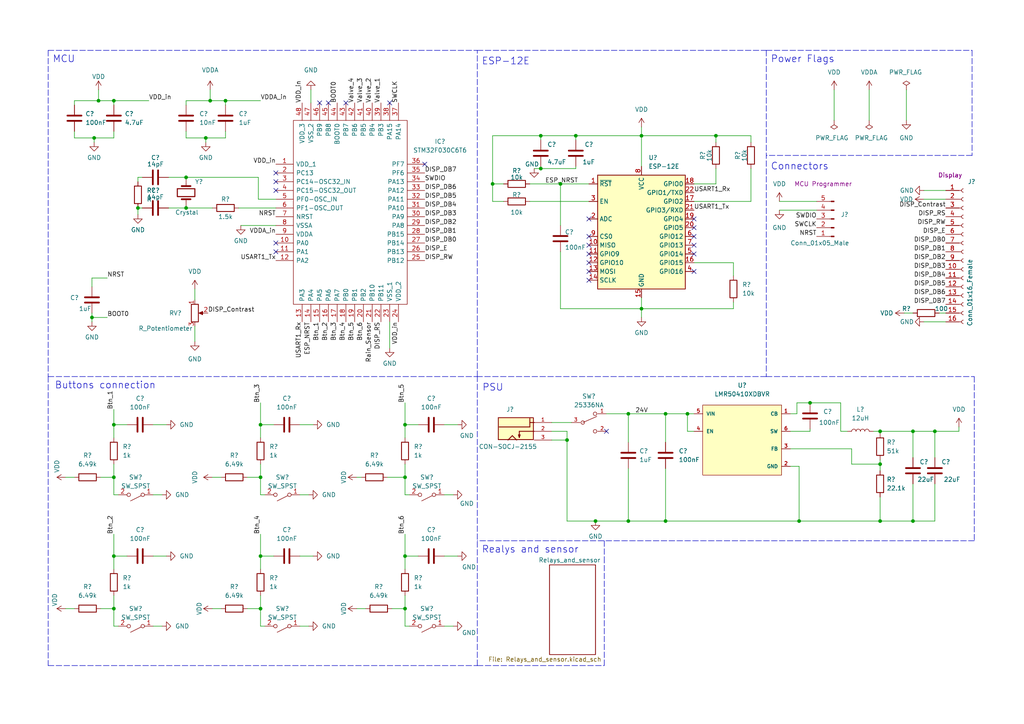
<source format=kicad_sch>
(kicad_sch (version 20211123) (generator eeschema)
  (paper "A4")
  (title_block (title "Sterownik systemu nawadniania") (date "11.2022") (rev "1.0") (company "Agnieszka Piórkowska, Miłosz Gajewski") (comment 1 "Projektowanie układów elektrycznych i elektronicznych") (comment 2 "Laboratoria"))
  (lib_symbols
    (symbol "CON-SOCJ-2155:CON-SOCJ-2155" (pin_names (offset 1.016) hide)
      (property "Reference" "J" (at -5.08 5.08 0))
      (property "Value" "CON-SOCJ-2155" (at -5.08 -4.318 0))
      (symbol "CON-SOCJ-2155_0_0"
        (pin passive line (at 10.16 2.54 180) (length 5.08) (name "~") (number "1"))
        (pin passive line (at 10.16 0 180) (length 5.08) (name "~") (number "2"))
        (pin passive line (at 10.16 -2.54 180) (length 5.08) (name "~") (number "3"))
      )
    )
    (symbol "Connector:Conn_01x05_Male" (pin_names (offset 1.016) hide)
      (property "Reference" "J" (at 0 7.62 0))
      (property "Value" "Conn_01x05_Male" (at 0 -7.62 0))
      (symbol "Conn_01x05_Male_1_1"
        (pin passive line (at 5.08 5.08 180) (length 3.81) (name "Pin_1") (number "1"))
        (pin passive line (at 5.08 2.54 180) (length 3.81) (name "Pin_2") (number "2"))
        (pin passive line (at 5.08 0 180) (length 3.81) (name "Pin_3") (number "3"))
        (pin passive line (at 5.08 -2.54 180) (length 3.81) (name "Pin_4") (number "4"))
        (pin passive line (at 5.08 -5.08 180) (length 3.81) (name "Pin_5") (number "5"))
      )
    )
    (symbol "Connector:Conn_01x16_Female" (pin_names (offset 1.016) hide)
      (property "Reference" "J" (at 0 20.32 0))
      (property "Value" "Conn_01x16_Female" (at 0 -22.86 0))
      (symbol "Conn_01x16_Female_1_1"
        (pin passive line (at -5.08 17.78 0) (length 3.81) (name "Pin_1") (number "1"))
        (pin passive line (at -5.08 -5.08 0) (length 3.81) (name "Pin_10") (number "10"))
        (pin passive line (at -5.08 -7.62 0) (length 3.81) (name "Pin_11") (number "11"))
        (pin passive line (at -5.08 -10.16 0) (length 3.81) (name "Pin_12") (number "12"))
        (pin passive line (at -5.08 -12.7 0) (length 3.81) (name "Pin_13") (number "13"))
        (pin passive line (at -5.08 -15.24 0) (length 3.81) (name "Pin_14") (number "14"))
        (pin passive line (at -5.08 -17.78 0) (length 3.81) (name "Pin_15") (number "15"))
        (pin passive line (at -5.08 -20.32 0) (length 3.81) (name "Pin_16") (number "16"))
        (pin passive line (at -5.08 15.24 0) (length 3.81) (name "Pin_2") (number "2"))
        (pin passive line (at -5.08 12.7 0) (length 3.81) (name "Pin_3") (number "3"))
        (pin passive line (at -5.08 10.16 0) (length 3.81) (name "Pin_4") (number "4"))
        (pin passive line (at -5.08 7.62 0) (length 3.81) (name "Pin_5") (number "5"))
        (pin passive line (at -5.08 5.08 0) (length 3.81) (name "Pin_6") (number "6"))
        (pin passive line (at -5.08 2.54 0) (length 3.81) (name "Pin_7") (number "7"))
        (pin passive line (at -5.08 0 0) (length 3.81) (name "Pin_8") (number "8"))
        (pin passive line (at -5.08 -2.54 0) (length 3.81) (name "Pin_9") (number "9"))
      )
    )
    (symbol "Device:C" (pin_numbers hide) (pin_names (offset 0.254))
      (property "Reference" "C" (at 0.635 2.54 0))
      (property "Value" "C" (at 0.635 -2.54 0))
      (symbol "C_1_1"
        (pin passive line (at 0 3.81 270) (length 2.794) (name "~") (number "1"))
        (pin passive line (at 0 -3.81 90) (length 2.794) (name "~") (number "2"))
      )
    )
    (symbol "Device:Crystal" (pin_numbers hide) (pin_names (offset 1.016) hide)
      (property "Reference" "Y" (at 0 3.81 0))
      (property "Value" "Crystal" (at 0 -3.81 0))
      (symbol "Crystal_1_1"
        (pin passive line (at -3.81 0 0) (length 1.27) (name "1") (number "1"))
        (pin passive line (at 3.81 0 180) (length 1.27) (name "2") (number "2"))
      )
    )
    (symbol "Device:L" (pin_numbers hide) (pin_names (offset 1.016) hide)
      (property "Reference" "L" (at -1.27 0 90))
      (property "Value" "L" (at 1.905 0 90))
      (symbol "L_1_1"
        (pin passive line (at 0 3.81 270) (length 1.27) (name "1") (number "1"))
        (pin passive line (at 0 -3.81 90) (length 1.27) (name "2") (number "2"))
      )
    )
    (symbol "Device:R" (pin_numbers hide) (pin_names (offset 0))
      (property "Reference" "R" (at 2.032 0 90))
      (property "Value" "R" (at 0 0 90))
      (symbol "R_1_1"
        (pin passive line (at 0 3.81 270) (length 1.27) (name "~") (number "1"))
        (pin passive line (at 0 -3.81 90) (length 1.27) (name "~") (number "2"))
      )
    )
    (symbol "Device:R_Potentiometer" (pin_names (offset 1.016) hide)
      (property "Reference" "RV" (at -4.445 0 90))
      (property "Value" "R_Potentiometer" (at -2.54 0 90))
      (symbol "R_Potentiometer_1_1"
        (pin passive line (at 0 3.81 270) (length 1.27) (name "1") (number "1"))
        (pin passive line (at 3.81 0 180) (length 1.27) (name "2") (number "2"))
        (pin passive line (at 0 -3.81 90) (length 1.27) (name "3") (number "3"))
      )
    )
    (symbol "RF_Module:ESP-12E"
      (property "Reference" "U" (at -12.7 19.05 0))
      (property "Value" "ESP-12E" (at 12.7 19.05 0))
      (symbol "ESP-12E_1_1"
        (pin input line (at -15.24 15.24 0) (length 2.54) (name "~{RST}") (number "1"))
        (pin bidirectional line (at -15.24 -2.54 0) (length 2.54) (name "MISO") (number "10"))
        (pin bidirectional line (at -15.24 -5.08 0) (length 2.54) (name "GPIO9") (number "11"))
        (pin bidirectional line (at -15.24 -7.62 0) (length 2.54) (name "GPIO10") (number "12"))
        (pin bidirectional line (at -15.24 -10.16 0) (length 2.54) (name "MOSI") (number "13"))
        (pin bidirectional line (at -15.24 -12.7 0) (length 2.54) (name "SCLK") (number "14"))
        (pin power_in line (at 0 -17.78 90) (length 2.54) (name "GND") (number "15"))
        (pin bidirectional line (at 15.24 -7.62 180) (length 2.54) (name "GPIO15") (number "16"))
        (pin bidirectional line (at 15.24 10.16 180) (length 2.54) (name "GPIO2") (number "17"))
        (pin bidirectional line (at 15.24 15.24 180) (length 2.54) (name "GPIO0") (number "18"))
        (pin bidirectional line (at 15.24 5.08 180) (length 2.54) (name "GPIO4") (number "19"))
        (pin input line (at -15.24 5.08 0) (length 2.54) (name "ADC") (number "2"))
        (pin bidirectional line (at 15.24 2.54 180) (length 2.54) (name "GPIO5") (number "20"))
        (pin bidirectional line (at 15.24 7.62 180) (length 2.54) (name "GPIO3/RXD") (number "21"))
        (pin bidirectional line (at 15.24 12.7 180) (length 2.54) (name "GPIO1/TXD") (number "22"))
        (pin input line (at -15.24 10.16 0) (length 2.54) (name "EN") (number "3"))
        (pin bidirectional line (at 15.24 -10.16 180) (length 2.54) (name "GPIO16") (number "4"))
        (pin bidirectional line (at 15.24 -5.08 180) (length 2.54) (name "GPIO14") (number "5"))
        (pin bidirectional line (at 15.24 0 180) (length 2.54) (name "GPIO12") (number "6"))
        (pin bidirectional line (at 15.24 -2.54 180) (length 2.54) (name "GPIO13") (number "7"))
        (pin power_in line (at 0 20.32 270) (length 2.54) (name "VCC") (number "8"))
        (pin input line (at -15.24 0 0) (length 2.54) (name "CS0") (number "9"))
      )
    )
    (symbol "STM32F030C6T6:STM32F030C6T6" (pin_names (offset 0.762))
      (property "Reference" "IC" (at 39.37 17.78 0))
      (property "Value" "STM32F030C6T6" (at 39.37 15.24 0))
      (symbol "STM32F030C6T6_0_0"
        (pin passive line (at 0 0 0) (length 5.08) (name "VDD_1") (number "1"))
        (pin passive line (at 0 -22.86 0) (length 5.08) (name "PA0") (number "10"))
        (pin passive line (at 0 -25.4 0) (length 5.08) (name "PA1") (number "11"))
        (pin passive line (at 0 -27.94 0) (length 5.08) (name "PA2") (number "12"))
        (pin passive line (at 7.62 -45.72 90) (length 5.08) (name "PA3") (number "13"))
        (pin passive line (at 10.16 -45.72 90) (length 5.08) (name "PA4") (number "14"))
        (pin passive line (at 12.7 -45.72 90) (length 5.08) (name "PA5") (number "15"))
        (pin passive line (at 15.24 -45.72 90) (length 5.08) (name "PA6") (number "16"))
        (pin passive line (at 17.78 -45.72 90) (length 5.08) (name "PA7") (number "17"))
        (pin passive line (at 20.32 -45.72 90) (length 5.08) (name "PB0") (number "18"))
        (pin passive line (at 22.86 -45.72 90) (length 5.08) (name "PB1") (number "19"))
        (pin passive line (at 0 -2.54 0) (length 5.08) (name "PC13") (number "2"))
        (pin passive line (at 25.4 -45.72 90) (length 5.08) (name "PB2") (number "20"))
        (pin passive line (at 27.94 -45.72 90) (length 5.08) (name "PB10") (number "21"))
        (pin passive line (at 30.48 -45.72 90) (length 5.08) (name "PB11") (number "22"))
        (pin passive line (at 33.02 -45.72 90) (length 5.08) (name "VSS_1") (number "23"))
        (pin passive line (at 35.56 -45.72 90) (length 5.08) (name "VDD_2") (number "24"))
        (pin passive line (at 43.18 -27.94 180) (length 5.08) (name "PB12") (number "25"))
        (pin passive line (at 43.18 -25.4 180) (length 5.08) (name "PB13") (number "26"))
        (pin passive line (at 43.18 -22.86 180) (length 5.08) (name "PB14") (number "27"))
        (pin passive line (at 43.18 -20.32 180) (length 5.08) (name "PB15") (number "28"))
        (pin passive line (at 43.18 -17.78 180) (length 5.08) (name "PA8") (number "29"))
        (pin passive line (at 0 -5.08 0) (length 5.08) (name "PC14-OSC32_IN") (number "3"))
        (pin passive line (at 43.18 -15.24 180) (length 5.08) (name "PA9") (number "30"))
        (pin passive line (at 43.18 -12.7 180) (length 5.08) (name "PA10") (number "31"))
        (pin passive line (at 43.18 -10.16 180) (length 5.08) (name "PA11") (number "32"))
        (pin passive line (at 43.18 -7.62 180) (length 5.08) (name "PA12") (number "33"))
        (pin passive line (at 43.18 -5.08 180) (length 5.08) (name "PA13") (number "34"))
        (pin passive line (at 43.18 -2.54 180) (length 5.08) (name "PF6") (number "35"))
        (pin passive line (at 43.18 0 180) (length 5.08) (name "PF7") (number "36"))
        (pin passive line (at 35.56 17.78 270) (length 5.08) (name "PA14") (number "37"))
        (pin passive line (at 33.02 17.78 270) (length 5.08) (name "PA15") (number "38"))
        (pin passive line (at 30.48 17.78 270) (length 5.08) (name "PB3") (number "39"))
        (pin passive line (at 0 -7.62 0) (length 5.08) (name "PC15-OSC32_OUT") (number "4"))
        (pin passive line (at 27.94 17.78 270) (length 5.08) (name "PB4") (number "40"))
        (pin passive line (at 25.4 17.78 270) (length 5.08) (name "PB5") (number "41"))
        (pin passive line (at 22.86 17.78 270) (length 5.08) (name "PB6") (number "42"))
        (pin passive line (at 20.32 17.78 270) (length 5.08) (name "PB7") (number "43"))
        (pin passive line (at 17.78 17.78 270) (length 5.08) (name "BOOT0") (number "44"))
        (pin passive line (at 15.24 17.78 270) (length 5.08) (name "PB8") (number "45"))
        (pin passive line (at 12.7 17.78 270) (length 5.08) (name "PB9") (number "46"))
        (pin passive line (at 10.16 17.78 270) (length 5.08) (name "VSS_2") (number "47"))
        (pin passive line (at 7.62 17.78 270) (length 5.08) (name "VDD_3") (number "48"))
        (pin passive line (at 0 -10.16 0) (length 5.08) (name "PF0-OSC_IN") (number "5"))
        (pin passive line (at 0 -12.7 0) (length 5.08) (name "PF1-OSC_OUT") (number "6"))
        (pin passive line (at 0 -15.24 0) (length 5.08) (name "NRST") (number "7"))
        (pin passive line (at 0 -17.78 0) (length 5.08) (name "VSSA") (number "8"))
        (pin passive line (at 0 -20.32 0) (length 5.08) (name "VDDA") (number "9"))
      )
    )
    (symbol "Switch:SW_SPST" (pin_names (offset 0) hide)
      (property "Reference" "SW" (at 0 3.175 0))
      (property "Value" "SW_SPST" (at 0 -2.54 0))
      (symbol "SW_SPST_1_1"
        (pin passive line (at -5.08 0 0) (length 2.54) (name "A") (number "1"))
        (pin passive line (at 5.08 0 180) (length 2.54) (name "B") (number "2"))
      )
    )
    (symbol "eec2:25336NA" (pin_names (offset 1.016))
      (property "Reference" "SW" (at 0 7.62 0))
      (property "Value" "25336NA" (at 0 10.16 0))
      (symbol "25336NA_1_1"
        (pin passive line (at 12.7 2.54 180) (length 2.54) (name "1") (number "1"))
        (pin passive line (at 12.7 -2.54 180) (length 2.54) (name "2") (number "2"))
        (pin passive line (at 2.54 0 0) (length 2.54) (name "Common") (number "3"))
      )
    )
    (symbol "eec:LMR50410XDBVR" (pin_names (offset 1.016))
      (property "Reference" "U" (at 0 5.08 0))
      (property "Value" "LMR50410XDBVR" (at 0 7.62 0))
      (symbol "LMR50410XDBVR_1_1"
        (pin passive line (at 30.48 0 180) (length 2.54) (name "CB") (number "1"))
        (pin power_in line (at 30.48 -15.24 180) (length 2.54) (name "GND") (number "2"))
        (pin input line (at 30.48 -10.16 180) (length 2.54) (name "FB") (number "3"))
        (pin input line (at 2.54 -5.08 0) (length 2.54) (name "EN") (number "4"))
        (pin power_in line (at 2.54 0 0) (length 2.54) (name "VIN") (number "5"))
        (pin passive line (at 30.48 -5.08 180) (length 2.54) (name "SW") (number "6"))
      )
    )
    (symbol "power:GND" (power) (pin_names (offset 0))
      (property "Value" "GND" (at 0 -3.81 0))
      (symbol "GND_1_1"
        (pin power_in line (at 0 0 270) (length 0) hide (name "GND") (number "1"))
      )
    )
    (symbol "power:PWR_FLAG" (power) (pin_numbers hide) (pin_names (offset 0) hide)
      (property "Value" "PWR_FLAG" (at 0 3.81 0))
      (symbol "PWR_FLAG_0_0"
        (pin power_out line (at 0 0 90) (length 0) (name "pwr") (number "1"))
      )
    )
    (symbol "power:VDD" (power) (pin_names (offset 0))
      (property "Value" "VDD" (at 0 3.81 0))
      (symbol "VDD_1_1"
        (pin power_in line (at 0 0 90) (length 0) hide (name "VDD") (number "1"))
      )
    )
    (symbol "power:VDDA" (power) (pin_names (offset 0))
      (property "Value" "VDDA" (at 0 3.81 0))
      (symbol "VDDA_1_1"
        (pin power_in line (at 0 0 90) (length 0) hide (name "VDDA") (number "1"))
      )
    )
  )
  (junction (at 255.27 125.095))
  (junction (at 199.39 120.015))
  (junction (at 156.845 48.895))
  (junction (at 75.565 161.29))
  (junction (at 27.305 40.005))
  (junction (at 264.795 125.095))
  (junction (at 117.475 176.53))
  (junction (at 75.565 138.43))
  (junction (at 255.27 151.13))
  (junction (at 33.02 176.53))
  (junction (at 33.02 161.29))
  (junction (at 33.02 29.21))
  (junction (at 162.56 53.34))
  (junction (at 264.795 151.13))
  (junction (at 117.475 161.29))
  (junction (at 28.575 29.21))
  (junction (at 33.02 123.19))
  (junction (at 271.145 125.095))
  (junction (at 186.055 89.535))
  (junction (at 182.245 120.015))
  (junction (at 117.475 138.43))
  (junction (at 26.67 92.075))
  (junction (at 117.475 123.19))
  (junction (at 164.465 127.635))
  (junction (at 167.005 39.37))
  (junction (at 142.875 53.34))
  (junction (at 234.95 116.84))
  (junction (at 193.04 151.13))
  (junction (at 33.02 138.43))
  (junction (at 172.72 151.13))
  (junction (at 156.845 39.37))
  (junction (at 75.565 176.53))
  (junction (at 193.04 120.015))
  (junction (at 207.645 39.37))
  (junction (at 255.27 134.62))
  (junction (at 65.405 29.21))
  (junction (at 182.245 151.13))
  (junction (at 59.69 40.005))
  (junction (at 186.055 39.37))
  (junction (at 60.96 29.21))
  (junction (at 40.005 60.325))
  (junction (at 53.975 60.325))
  (junction (at 53.975 51.435))
  (junction (at 75.565 123.19))
  (junction (at 231.775 151.13))
  (no_connect (at 113.03 29.845))
  (no_connect (at 100.33 29.845))
  (no_connect (at 92.71 29.845))
  (no_connect (at 95.25 29.845))
  (no_connect (at 80.01 70.485))
  (no_connect (at 80.01 73.025))
  (no_connect (at 80.01 50.165))
  (no_connect (at 123.19 47.625))
  (no_connect (at 80.01 55.245))
  (no_connect (at 80.01 52.705))
  (no_connect (at 175.895 125.095))
  (no_connect (at 170.815 71.12))
  (no_connect (at 170.815 73.66))
  (no_connect (at 170.815 76.2))
  (no_connect (at 170.815 78.74))
  (no_connect (at 170.815 81.28))
  (no_connect (at 201.295 73.66))
  (no_connect (at 201.295 71.12))
  (no_connect (at 201.295 68.58))
  (no_connect (at 201.295 66.04))
  (no_connect (at 201.295 63.5))
  (no_connect (at 201.295 78.74))
  (no_connect (at 170.815 63.5))
  (no_connect (at 170.815 68.58))
  (wire (pts (xy 33.02 134.62) (xy 33.02 138.43)))
  (wire (pts (xy 26.67 92.075) (xy 26.67 93.345)))
  (wire (pts (xy 229.235 120.015) (xy 231.14 120.015)))
  (wire (pts (xy 53.975 51.435) (xy 53.975 52.07)))
  (wire (pts (xy 128.905 161.29) (xy 132.715 161.29)))
  (wire (pts (xy 247.015 130.175) (xy 247.015 134.62)))
  (wire (pts (xy 264.795 132.715) (xy 264.795 125.095)))
  (wire (pts (xy 167.005 48.895) (xy 167.005 48.26)))
  (wire (pts (xy 103.505 138.43) (xy 104.775 138.43)))
  (wire (pts (xy 86.995 181.61) (xy 89.535 181.61)))
  (wire (pts (xy 60.96 26.035) (xy 60.96 29.21)))
  (wire (pts (xy 74.93 57.785) (xy 74.93 51.435)))
  (polyline (pts (xy 281.94 14.605) (xy 281.94 45.085)))
  (wire (pts (xy 207.645 39.37) (xy 186.055 39.37)))
  (wire (pts (xy 253.365 125.095) (xy 255.27 125.095)))
  (wire (pts (xy 117.475 116.84) (xy 117.475 123.19)))
  (polyline (pts (xy 13.97 193.04) (xy 138.43 193.04)))
  (wire (pts (xy 53.975 60.325) (xy 61.595 60.325)))
  (wire (pts (xy 267.97 93.345) (xy 274.32 93.345)))
  (wire (pts (xy 75.565 165.1) (xy 75.565 161.29)))
  (wire (pts (xy 231.14 116.84) (xy 234.95 116.84)))
  (wire (pts (xy 164.465 151.13) (xy 164.465 127.635)))
  (polyline (pts (xy 222.25 109.22) (xy 282.575 109.22)))
  (wire (pts (xy 142.875 39.37) (xy 156.845 39.37)))
  (wire (pts (xy 255.27 134.62) (xy 255.27 136.525)))
  (wire (pts (xy 201.295 76.2) (xy 212.725 76.2)))
  (wire (pts (xy 33.02 181.61) (xy 34.29 181.61)))
  (wire (pts (xy 59.69 40.005) (xy 65.405 40.005)))
  (wire (pts (xy 164.465 125.095) (xy 164.465 127.635)))
  (wire (pts (xy 86.995 143.51) (xy 89.535 143.51)))
  (wire (pts (xy 156.845 48.26) (xy 156.845 48.895)))
  (wire (pts (xy 154.94 48.895) (xy 156.845 48.895)))
  (wire (pts (xy 56.515 94.615) (xy 56.515 99.06)))
  (wire (pts (xy 44.45 161.29) (xy 48.26 161.29)))
  (polyline (pts (xy 222.25 109.22) (xy 138.43 109.22)))
  (wire (pts (xy 117.475 134.62) (xy 117.475 138.43)))
  (wire (pts (xy 186.055 39.37) (xy 186.055 36.83)))
  (wire (pts (xy 80.01 57.785) (xy 74.93 57.785)))
  (wire (pts (xy 175.895 120.015) (xy 182.245 120.015)))
  (wire (pts (xy 170.815 53.34) (xy 162.56 53.34)))
  (wire (pts (xy 21.59 38.1) (xy 21.59 40.005)))
  (wire (pts (xy 264.795 140.335) (xy 264.795 151.13)))
  (wire (pts (xy 33.02 127) (xy 33.02 123.19)))
  (wire (pts (xy 27.305 40.005) (xy 27.305 41.275)))
  (wire (pts (xy 264.795 151.13) (xy 255.27 151.13)))
  (wire (pts (xy 199.39 120.015) (xy 201.295 120.015)))
  (wire (pts (xy 65.405 40.005) (xy 65.405 38.1)))
  (wire (pts (xy 142.875 58.42) (xy 142.875 53.34)))
  (wire (pts (xy 117.475 154.94) (xy 117.475 161.29)))
  (wire (pts (xy 128.905 181.61) (xy 131.445 181.61)))
  (wire (pts (xy 33.02 30.48) (xy 33.02 29.21)))
  (wire (pts (xy 44.45 123.19) (xy 48.26 123.19)))
  (wire (pts (xy 156.845 48.895) (xy 167.005 48.895)))
  (wire (pts (xy 33.02 172.72) (xy 33.02 176.53)))
  (wire (pts (xy 182.245 135.89) (xy 182.245 151.13)))
  (wire (pts (xy 48.895 51.435) (xy 53.975 51.435)))
  (wire (pts (xy 153.67 53.34) (xy 162.56 53.34)))
  (wire (pts (xy 86.995 161.29) (xy 90.805 161.29)))
  (wire (pts (xy 117.475 172.72) (xy 117.475 176.53)))
  (wire (pts (xy 182.245 151.13) (xy 193.04 151.13)))
  (wire (pts (xy 75.565 143.51) (xy 76.835 143.51)))
  (wire (pts (xy 186.055 86.36) (xy 186.055 89.535)))
  (wire (pts (xy 21.59 30.48) (xy 21.59 29.21)))
  (wire (pts (xy 65.405 30.48) (xy 65.405 29.21)))
  (wire (pts (xy 193.04 120.015) (xy 199.39 120.015)))
  (wire (pts (xy 90.17 26.035) (xy 90.17 29.845)))
  (wire (pts (xy 53.975 30.48) (xy 53.975 29.21)))
  (wire (pts (xy 255.27 125.095) (xy 255.27 125.73)))
  (wire (pts (xy 142.875 53.34) (xy 146.05 53.34)))
  (wire (pts (xy 53.975 59.69) (xy 53.975 60.325)))
  (wire (pts (xy 33.02 138.43) (xy 33.02 143.51)))
  (wire (pts (xy 255.27 144.145) (xy 255.27 151.13)))
  (wire (pts (xy 156.845 39.37) (xy 156.845 40.64)))
  (wire (pts (xy 117.475 123.19) (xy 121.285 123.19)))
  (wire (pts (xy 28.575 29.21) (xy 33.02 29.21)))
  (wire (pts (xy 172.72 151.13) (xy 182.245 151.13)))
  (polyline (pts (xy 222.25 14.605) (xy 222.25 109.22)))
  (wire (pts (xy 33.02 29.21) (xy 43.18 29.21)))
  (wire (pts (xy 33.02 154.94) (xy 33.02 161.29)))
  (wire (pts (xy 29.21 176.53) (xy 33.02 176.53)))
  (wire (pts (xy 117.475 181.61) (xy 118.745 181.61)))
  (wire (pts (xy 217.805 58.42) (xy 217.805 48.895)))
  (wire (pts (xy 33.02 123.19) (xy 36.83 123.19)))
  (wire (pts (xy 272.415 90.805) (xy 274.32 90.805)))
  (wire (pts (xy 75.565 127) (xy 75.565 123.19)))
  (wire (pts (xy 199.39 125.095) (xy 199.39 120.015)))
  (wire (pts (xy 226.06 58.42) (xy 236.855 58.42)))
  (polyline (pts (xy 138.43 193.04) (xy 175.26 193.04)))
  (wire (pts (xy 26.67 83.185) (xy 26.67 80.645)))
  (wire (pts (xy 117.475 143.51) (xy 118.745 143.51)))
  (wire (pts (xy 217.805 39.37) (xy 207.645 39.37)))
  (wire (pts (xy 207.645 39.37) (xy 207.645 41.275)))
  (wire (pts (xy 167.005 39.37) (xy 186.055 39.37)))
  (polyline (pts (xy 281.94 45.085) (xy 222.25 45.085)))
  (polyline (pts (xy 13.97 109.22) (xy 13.97 193.04)))
  (wire (pts (xy 128.905 143.51) (xy 131.445 143.51)))
  (wire (pts (xy 40.005 60.325) (xy 40.005 62.23)))
  (wire (pts (xy 75.565 123.19) (xy 79.375 123.19)))
  (wire (pts (xy 128.905 123.19) (xy 132.715 123.19)))
  (wire (pts (xy 245.745 125.095) (xy 243.84 125.095)))
  (wire (pts (xy 33.02 161.29) (xy 36.83 161.29)))
  (wire (pts (xy 271.145 125.095) (xy 278.13 125.095)))
  (wire (pts (xy 212.725 76.2) (xy 212.725 80.01)))
  (wire (pts (xy 44.45 143.51) (xy 46.99 143.51)))
  (wire (pts (xy 167.005 39.37) (xy 167.005 40.64)))
  (wire (pts (xy 201.295 58.42) (xy 217.805 58.42)))
  (wire (pts (xy 75.565 161.29) (xy 79.375 161.29)))
  (wire (pts (xy 65.405 29.21) (xy 75.565 29.21)))
  (polyline (pts (xy 13.97 14.605) (xy 13.97 109.22)))
  (wire (pts (xy 267.97 55.245) (xy 274.32 55.245)))
  (wire (pts (xy 27.305 40.005) (xy 33.02 40.005)))
  (wire (pts (xy 40.005 51.435) (xy 40.005 52.705)))
  (polyline (pts (xy 282.575 156.845) (xy 138.43 156.845)))
  (wire (pts (xy 255.27 133.35) (xy 255.27 134.62)))
  (wire (pts (xy 247.015 134.62) (xy 255.27 134.62)))
  (wire (pts (xy 117.475 138.43) (xy 117.475 143.51)))
  (wire (pts (xy 201.295 125.095) (xy 199.39 125.095)))
  (wire (pts (xy 75.565 172.72) (xy 75.565 176.53)))
  (wire (pts (xy 48.895 60.325) (xy 53.975 60.325)))
  (wire (pts (xy 212.725 87.63) (xy 212.725 89.535)))
  (wire (pts (xy 156.845 39.37) (xy 167.005 39.37)))
  (wire (pts (xy 71.755 138.43) (xy 75.565 138.43)))
  (wire (pts (xy 241.935 26.035) (xy 241.935 34.925)))
  (wire (pts (xy 75.565 116.84) (xy 75.565 123.19)))
  (polyline (pts (xy 175.26 193.04) (xy 175.26 162.56)))
  (wire (pts (xy 142.875 53.34) (xy 142.875 39.37)))
  (wire (pts (xy 226.06 60.96) (xy 236.855 60.96)))
  (wire (pts (xy 231.775 135.255) (xy 231.775 151.13)))
  (wire (pts (xy 193.04 135.89) (xy 193.04 151.13)))
  (polyline (pts (xy 138.43 193.04) (xy 138.43 109.22)))
  (wire (pts (xy 186.055 39.37) (xy 186.055 48.26)))
  (wire (pts (xy 117.475 176.53) (xy 117.475 181.61)))
  (wire (pts (xy 234.95 124.46) (xy 234.95 125.095)))
  (wire (pts (xy 19.05 176.53) (xy 21.59 176.53)))
  (wire (pts (xy 33.02 143.51) (xy 34.29 143.51)))
  (wire (pts (xy 71.755 176.53) (xy 75.565 176.53)))
  (wire (pts (xy 117.475 165.1) (xy 117.475 161.29)))
  (wire (pts (xy 212.725 89.535) (xy 186.055 89.535)))
  (wire (pts (xy 162.56 53.34) (xy 162.56 65.405)))
  (wire (pts (xy 217.805 41.275) (xy 217.805 39.37)))
  (wire (pts (xy 26.67 90.805) (xy 26.67 92.075)))
  (polyline (pts (xy 138.43 14.605) (xy 222.25 14.605)))
  (wire (pts (xy 75.565 176.53) (xy 75.565 181.61)))
  (wire (pts (xy 172.72 151.13) (xy 164.465 151.13)))
  (wire (pts (xy 255.27 151.13) (xy 231.775 151.13)))
  (wire (pts (xy 229.235 130.175) (xy 247.015 130.175)))
  (wire (pts (xy 21.59 40.005) (xy 27.305 40.005)))
  (wire (pts (xy 113.665 176.53) (xy 117.475 176.53)))
  (wire (pts (xy 60.96 29.21) (xy 65.405 29.21)))
  (wire (pts (xy 74.93 51.435) (xy 53.975 51.435)))
  (wire (pts (xy 146.05 58.42) (xy 142.875 58.42)))
  (wire (pts (xy 75.565 181.61) (xy 76.835 181.61)))
  (wire (pts (xy 41.275 51.435) (xy 40.005 51.435)))
  (wire (pts (xy 262.255 90.805) (xy 264.795 90.805)))
  (wire (pts (xy 186.055 89.535) (xy 186.055 92.075)))
  (wire (pts (xy 33.02 118.745) (xy 33.02 123.19)))
  (wire (pts (xy 56.515 83.82) (xy 56.515 86.995)))
  (wire (pts (xy 33.02 165.1) (xy 33.02 161.29)))
  (wire (pts (xy 69.215 60.325) (xy 80.01 60.325)))
  (wire (pts (xy 69.85 65.405) (xy 80.01 65.405)))
  (wire (pts (xy 271.145 132.715) (xy 271.145 125.095)))
  (wire (pts (xy 231.14 120.015) (xy 231.14 116.84)))
  (wire (pts (xy 21.59 29.21) (xy 28.575 29.21)))
  (wire (pts (xy 182.245 120.015) (xy 193.04 120.015)))
  (wire (pts (xy 26.67 80.645) (xy 31.115 80.645)))
  (wire (pts (xy 113.03 93.345) (xy 113.03 100.965)))
  (wire (pts (xy 271.145 125.095) (xy 264.795 125.095)))
  (wire (pts (xy 182.245 120.015) (xy 182.245 128.27)))
  (wire (pts (xy 75.565 134.62) (xy 75.565 138.43)))
  (wire (pts (xy 278.13 123.825) (xy 278.13 125.095)))
  (wire (pts (xy 75.565 154.94) (xy 75.565 161.29)))
  (wire (pts (xy 117.475 161.29) (xy 121.285 161.29)))
  (wire (pts (xy 207.645 53.34) (xy 207.645 48.895)))
  (wire (pts (xy 229.235 135.255) (xy 231.775 135.255)))
  (wire (pts (xy 262.89 26.035) (xy 262.89 34.925)))
  (wire (pts (xy 162.56 73.025) (xy 162.56 89.535)))
  (wire (pts (xy 255.27 125.095) (xy 264.795 125.095)))
  (wire (pts (xy 252.095 26.035) (xy 252.095 34.925)))
  (wire (pts (xy 28.575 26.035) (xy 28.575 29.21)))
  (wire (pts (xy 41.275 60.325) (xy 40.005 60.325)))
  (polyline (pts (xy 282.575 109.22) (xy 282.575 156.845)))
  (polyline (pts (xy 138.43 109.22) (xy 138.43 14.605)))
  (wire (pts (xy 160.02 125.095) (xy 164.465 125.095)))
  (wire (pts (xy 153.67 58.42) (xy 170.815 58.42)))
  (wire (pts (xy 61.595 138.43) (xy 64.135 138.43)))
  (wire (pts (xy 162.56 89.535) (xy 186.055 89.535)))
  (wire (pts (xy 160.02 127.635) (xy 164.465 127.635)))
  (wire (pts (xy 103.505 176.53) (xy 106.045 176.53)))
  (wire (pts (xy 271.145 140.335) (xy 271.145 151.13)))
  (wire (pts (xy 271.145 151.13) (xy 264.795 151.13)))
  (polyline (pts (xy 13.97 14.605) (xy 138.43 14.605)))
  (wire (pts (xy 61.595 176.53) (xy 64.135 176.53)))
  (wire (pts (xy 53.975 38.1) (xy 53.975 40.005)))
  (wire (pts (xy 53.975 29.21) (xy 60.96 29.21)))
  (wire (pts (xy 193.04 151.13) (xy 231.775 151.13)))
  (polyline (pts (xy 13.97 109.22) (xy 138.43 109.22)))
  (wire (pts (xy 160.02 122.555) (xy 165.735 122.555)))
  (wire (pts (xy 267.97 57.785) (xy 274.32 57.785)))
  (wire (pts (xy 201.295 53.34) (xy 207.645 53.34)))
  (wire (pts (xy 193.04 120.015) (xy 193.04 128.27)))
  (polyline (pts (xy 175.26 156.845) (xy 175.26 163.195)))
  (wire (pts (xy 243.84 125.095) (xy 243.84 116.84)))
  (wire (pts (xy 59.69 40.005) (xy 59.69 41.275)))
  (wire (pts (xy 33.02 40.005) (xy 33.02 38.1)))
  (wire (pts (xy 26.67 92.075) (xy 31.115 92.075)))
  (wire (pts (xy 234.95 116.84) (xy 243.84 116.84)))
  (wire (pts (xy 44.45 181.61) (xy 46.99 181.61)))
  (wire (pts (xy 29.21 138.43) (xy 33.02 138.43)))
  (wire (pts (xy 86.995 123.19) (xy 90.805 123.19)))
  (wire (pts (xy 234.95 125.095) (xy 229.235 125.095)))
  (polyline (pts (xy 222.25 14.605) (xy 281.94 14.605)))
  (wire (pts (xy 19.05 138.43) (xy 21.59 138.43)))
  (wire (pts (xy 75.565 138.43) (xy 75.565 143.51)))
  (wire (pts (xy 117.475 127) (xy 117.475 123.19)))
  (wire (pts (xy 112.395 138.43) (xy 117.475 138.43)))
  (wire (pts (xy 33.02 176.53) (xy 33.02 181.61)))
  (wire (pts (xy 53.975 40.005) (xy 59.69 40.005)))
  (text "Realys and sensor" (at 139.7 160.655 0) (effects (font (size 2 2)) (justify left bottom)))
  (text "PSU" (at 146.05 113.665 180) (effects (font (size 2 2)) (justify right bottom)))
  (text "MCU" (at 15.24 18.415 0) (effects (font (size 2 2)) (justify left bottom)))
  (text "Buttons connection" (at 15.875 113.03 0) (effects (font (size 2 2)) (justify left bottom)))
  (text "Connectors" (at 223.52 49.53 0) (effects (font (size 2 2)) (justify left bottom)))
  (text "ESP-12E" (at 139.7 19.05 0) (effects (font (size 2 2)) (justify left bottom)))
  (text "Power Flags" (at 223.52 18.415 0) (effects (font (size 2 2)) (justify left bottom)))
  (label "DISP_DB5" (at 123.19 57.785 0))
  (label "SWCLK" (at 236.855 66.04 180))
  (label "Btn_1" (at 33.02 118.745 90))
  (label "NRST" (at 31.115 80.645 0))
  (label "DISP_DB7" (at 274.32 88.265 180))
  (label "Btn_2" (at 95.25 93.345 270))
  (label "Valve_2" (at 107.95 29.845 90))
  (label "DISP_RS" (at 274.32 62.865 180))
  (label "Btn_5" (at 117.475 116.84 90))
  (label "DISP_RW" (at 274.32 65.405 180))
  (label "Btn_6" (at 105.41 93.345 270))
  (label "DISP_DB4" (at 123.19 60.325 0))
  (label "NRST" (at 236.855 68.58 180))
  (label "DISP_DB3" (at 123.19 62.865 0))
  (label "VDD_in" (at 115.57 93.345 270))
  (label "SWDIO" (at 236.855 63.5 180))
  (label "DISP_DB0" (at 274.32 70.485 180))
  (label "VDD_in" (at 80.01 47.625 180))
  (label "DISP_DB1" (at 123.19 67.945 0))
  (label "Btn_5" (at 102.87 93.345 270))
  (label "Valve_3" (at 105.41 29.845 90))
  (label "USART1_Rx" (at 87.63 93.345 270))
  (label "Btn_4" (at 75.565 154.94 90))
  (label "DISP_E" (at 274.32 67.945 180))
  (label "VDD_in" (at 43.18 29.21 0))
  (label "Btn_3" (at 75.565 116.84 90))
  (label "BOOT0" (at 97.79 29.845 90))
  (label "Btn_3" (at 97.79 93.345 270))
  (label "DISP_DB6" (at 274.32 85.725 180))
  (label "DISP_RW" (at 123.19 75.565 0))
  (label "DISP_Contrast" (at 274.32 60.325 180))
  (label "Valve_1" (at 110.49 29.845 90))
  (label "Btn_1" (at 92.71 93.345 270))
  (label "DISP_DB7" (at 123.19 50.165 0))
  (label "Valve_4" (at 102.87 29.845 90))
  (label "Btn_4" (at 100.33 93.345 270))
  (label "24V" (at 187.96 120.015 180))
  (label "ESP_NRST" (at 158.115 53.34 0))
  (label "USART1_Tx" (at 80.01 75.565 180))
  (label "DISP_DB3" (at 274.32 78.105 180))
  (label "Rain_Sensor" (at 107.95 93.345 270))
  (label "VDDA_in" (at 75.565 29.21 0))
  (label "VDD_in" (at 87.63 29.845 90))
  (label "USART1_Tx" (at 201.295 60.96 0))
  (label "DISP_DB2" (at 274.32 75.565 180))
  (label "DISP_DB6" (at 123.19 55.245 0))
  (label "BOOT0" (at 31.115 92.075 0))
  (label "USART1_Rx" (at 201.295 55.88 0))
  (label "DISP_DB0" (at 123.19 70.485 0))
  (label "DISP_DB1" (at 274.32 73.025 180))
  (label "ESP_NRST" (at 90.17 93.345 270))
  (label "SWCLK" (at 115.57 29.845 90))
  (label "DISP_RS" (at 110.49 93.345 270))
  (label "SWDIO" (at 123.19 52.705 0))
  (label "NRST" (at 80.01 62.865 180))
  (label "DISP_DB5" (at 274.32 83.185 180))
  (label "DISP_DB4" (at 274.32 80.645 180))
  (label "VDDA_in" (at 80.01 67.945 180))
  (label "DISP_E" (at 123.19 73.025 0))
  (label "DISP_Contrast" (at 60.325 90.805 0))
  (label "Btn_6" (at 117.475 154.94 90))
  (label "Btn_2" (at 33.02 154.94 90))
  (label "DISP_DB2" (at 123.19 65.405 0))
  (symbol (lib_id "power:GND") (at 69.85 65.405 0) (unit 1)
    (property "Reference" "#PWR?" (effects hide))
    (property "Value" "GND" (at 69.85 69.85 0))
  )
  (symbol (lib_id "Device:C") (at 33.02 34.29 0) (unit 1)
    (property "Reference" "C?" (at 36.195 33.0199 0) (effects (justify left)))
    (property "Value" "4.7uF" (at 36.195 35.5599 0) (effects (justify left)))
  )
  (symbol (lib_id "Device:R") (at 108.585 138.43 90) (unit 1)
    (property "Reference" "R?" (at 108.585 132.08 90))
    (property "Value" "6.49k" (at 108.585 134.62 90))
  )
  (symbol (lib_id "power:GND") (at 132.715 161.29 90) (unit 1)
    (property "Reference" "#PWR?" (effects hide))
    (property "Value" "GND" (at 133.985 164.465 90) (effects (justify right)))
  )
  (symbol (lib_id "Device:C") (at 53.975 34.29 0) (unit 1)
    (property "Reference" "C?" (at 57.785 33.0199 0) (effects (justify left)))
    (property "Value" "10nF" (at 57.785 35.5599 0) (effects (justify left)))
  )
  (symbol (lib_id "power:GND") (at 40.005 62.23 0) (unit 1)
    (property "Reference" "#PWR?" (effects hide))
    (property "Value" "GND" (at 40.005 66.675 0))
  )
  (symbol (lib_id "power:VDD") (at 19.05 176.53 90) (unit 1)
    (property "Reference" "#PWR?" (effects hide))
    (property "Value" "VDD" (at 15.875 173.99 0))
  )
  (symbol (lib_id "Device:R") (at 268.605 90.805 90) (unit 1)
    (property "Reference" "R?" (at 262.89 89.535 90))
    (property "Value" "100" (at 273.05 89.535 90))
  )
  (symbol (lib_id "Switch:SW_SPST") (at 123.825 143.51 180) (unit 1)
    (property "Reference" "SW?" (at 123.825 138.43 0))
    (property "Value" "SW_SPST" (at 123.825 140.97 0))
  )
  (symbol (lib_id "power:GND") (at 48.26 161.29 90) (unit 1)
    (property "Reference" "#PWR?" (effects hide))
    (property "Value" "GND" (at 52.07 161.2899 90) (effects (justify right)))
  )
  (symbol (lib_id "Device:C") (at 40.64 161.29 90) (unit 1)
    (property "Reference" "C?" (at 40.64 153.67 90))
    (property "Value" "100nF" (at 40.64 156.21 90))
  )
  (symbol (lib_id "power:GND") (at 131.445 181.61 90) (unit 1)
    (property "Reference" "#PWR?" (effects hide))
    (property "Value" "GND" (at 133.985 183.515 90) (effects (justify right)))
  )
  (symbol (lib_id "Device:C") (at 182.245 132.08 0) (unit 1)
    (property "Reference" "C?" (at 185.42 130.8099 0) (effects (justify left)))
    (property "Value" "1uF" (at 185.42 133.3499 0) (effects (justify left)))
  )
  (symbol (lib_id "Device:Crystal") (at 53.975 55.88 270) (unit 1)
    (property "Reference" "Y?" (at 56.515 52.705 90) (effects (justify left)))
    (property "Value" "Crystal" (at 50.8 61.595 90) (effects (justify left)))
  )
  (symbol (lib_id "power:GND") (at 89.535 143.51 90) (unit 1)
    (property "Reference" "#PWR?" (effects hide))
    (property "Value" "GND" (at 93.345 143.5099 90) (effects (justify right)))
  )
  (symbol (lib_id "power:VDD") (at 278.13 123.825 0) (unit 1)
    (property "Reference" "#PWR?" (effects hide))
    (property "Value" "VDD" (at 278.13 118.745 0))
  )
  (symbol (lib_id "Connector:Conn_01x05_Male") (at 241.935 63.5 180) (unit 1)
    (property "Reference" "J?" (at 243.84 62.2299 0) (effects (justify right)))
    (property "Value" "Conn_01x05_Male" (at 229.235 70.485 0) (effects (justify right)))
    (property "Purpose" "MCU Programmer" (at 238.76 53.34 0))
  )
  (symbol (lib_id "power:GND") (at 154.94 48.895 0) (unit 1)
    (property "Reference" "#PWR?" (effects hide))
    (property "Value" "GND" (at 154.305 47.625 0))
  )
  (symbol (lib_id "Device:L") (at 249.555 125.095 90) (unit 1)
    (property "Reference" "L?" (at 249.555 118.745 90))
    (property "Value" "12uH" (at 249.555 121.285 90))
  )
  (symbol (lib_id "power:VDD") (at 56.515 83.82 0) (unit 1)
    (property "Reference" "#PWR?" (effects hide))
    (property "Value" "VDD" (at 56.515 78.74 0))
  )
  (symbol (lib_id "power:VDD") (at 28.575 26.035 0) (unit 1)
    (property "Reference" "#PWR?" (effects hide))
    (property "Value" "VDD" (at 28.575 22.225 0))
  )
  (symbol (lib_id "Device:R") (at 65.405 60.325 90) (unit 1)
    (property "Reference" "R?" (at 65.405 57.785 90))
    (property "Value" "1.5k" (at 65.405 62.865 90))
  )
  (symbol (lib_id "RF_Module:ESP-12E") (at 186.055 68.58 0) (unit 1)
    (property "Reference" "U?" (at 188.0744 45.72 0) (effects (justify left)))
    (property "Value" "ESP-12E" (at 188.0744 48.26 0) (effects (justify left)))
    (property "Footprint" "RF_Module:ESP-12E" (effects hide))
    (property "Datasheet" "http://wiki.ai-thinker.com/_media/esp8266/esp8266_series_modules_user_manual_v1.1.pdf" (effects hide))
  )
  (symbol (lib_id "Switch:SW_SPST") (at 81.915 181.61 180) (unit 1)
    (property "Reference" "SW?" (at 81.915 176.53 0))
    (property "Value" "SW_SPST" (at 81.915 179.07 0))
  )
  (symbol (lib_id "Switch:SW_SPST") (at 39.37 143.51 180) (unit 1)
    (property "Reference" "SW?" (at 39.37 138.43 0))
    (property "Value" "SW_SPST" (at 39.37 140.97 0))
  )
  (symbol (lib_id "power:VDDA") (at 252.095 26.035 0) (unit 1)
    (property "Reference" "#PWR?" (effects hide))
    (property "Value" "VDDA" (at 252.095 20.955 0))
  )
  (symbol (lib_id "eec:LMR50410XDBVR") (at 198.755 120.015 0) (unit 1)
    (property "Reference" "U?" (at 215.265 111.76 0))
    (property "Value" "LMR50410XDBVR" (at 215.265 114.3 0))
    (property "Footprint" "Texas_Instruments-DBV0006A-0-0-*" (effects hide))
    (property "Datasheet" "https://www.ti.com/lit/ds/symlink/lmr50410.pdf?ts=1622481143664&ref_url=https%253A%252F%252Fwww.ti.com%252Fproduct%252FLMR50410%253FkeyMatch%253DLMR50410XDBVR%2526tisearch%253Dsearch-everything%2526usecase%253DOPN" (effects hide))
    (property "automotive" "No" (effects hide))
    (property "category" "IC" (effects hide))
    (property "device class L1" "Integrated Circuits (ICs)" (effects hide))
    (property "device class L2" "Power Management ICs" (effects hide))
    (property "device class L3" "Voltage Regulators - Switching" (effects hide))
    (property "digikey description" "SIMPLE SWITCHER 4-V TO 36-V, 1-A" (effects hide))
    (property "digikey part number" "296-LMR50410XDBVRCT-ND" (effects hide))
    (property "height" "1.45mm" (effects hide))
    (property "lead free" "Yes" (effects hide))
    (property "library id" "75074e735ee33859" (effects hide))
    (property "manufacturer" "Texas Instruments" (effects hide))
    (property "max duty cycle" "98%" (effects hide))
    (property "max junction temp" "+150°C" (effects hide))
    (property "max supply voltage" "36V" (effects hide))
    (property "min supply voltage" "4V" (effects hide))
    (property "mouser description" "SIMPLE SWITCHER 4-V to 36-V, 1-A synchronous step-down converter 6-SOT-23 -40 to 150" (effects hide))
    (property "mouser part number" "595-LMR50410XDBVR" (effects hide))
    (property "nominal supply current" "80uA" (effects hide))
    (property "number of outputs" "1" (effects hide))
    (property "output current" "1A" (effects hide))
    (property "output type" "AdjustableProgrammable" (effects hide))
    (property "output voltage" "1-28V" (effects hide))
    (property "package" "SOT23-6" (effects hide))
    (property "rohs" "Yes" (effects hide))
    (property "standoff height" "0mm" (effects hide))
    (property "switching frequency" "700kHz" (effects hide))
    (property "switching topology" "Buck" (effects hide))
    (property "temperature range high" "+150°C" (effects hide))
    (property "temperature range low" "-40°C" (effects hide))
  )
  (symbol (lib_id "Device:C") (at 21.59 34.29 0) (unit 1)
    (property "Reference" "C?" (at 24.765 33.0199 0) (effects (justify left)))
    (property "Value" "100nF" (at 24.765 35.5599 0) (effects (justify left)))
  )
  (symbol (lib_id "Device:R") (at 40.005 56.515 0) (unit 1)
    (property "Reference" "R?" (at 42.545 55.2449 0) (effects (justify left)))
    (property "Value" "R" (at 42.545 57.7849 0) (effects (justify left)))
  )
  (symbol (lib_id "Device:C") (at 83.185 161.29 90) (unit 1)
    (property "Reference" "C?" (at 83.185 153.67 90))
    (property "Value" "100nF" (at 83.185 156.21 90))
  )
  (symbol (lib_id "Device:C") (at 125.095 123.19 90) (unit 1)
    (property "Reference" "C?" (at 125.095 115.57 90))
    (property "Value" "100nF" (at 125.095 118.11 90))
  )
  (symbol (lib_id "Device:C") (at 264.795 136.525 0) (unit 1)
    (property "Reference" "C?" (at 266.7 133.985 0) (effects (justify left)))
    (property "Value" "22uF" (at 266.065 139.065 0) (effects (justify left)))
  )
  (symbol (lib_id "Device:C") (at 271.145 136.525 0) (unit 1)
    (property "Reference" "C?" (at 273.05 133.985 0) (effects (justify left)))
    (property "Value" "22uF" (at 273.685 139.065 0) (effects (justify left)))
  )
  (symbol (lib_id "Device:C") (at 193.04 132.08 0) (unit 1)
    (property "Reference" "C?" (at 196.85 130.8099 0) (effects (justify left)))
    (property "Value" "100nF" (at 196.85 133.3499 0) (effects (justify left)))
  )
  (symbol (lib_id "Switch:SW_SPST") (at 39.37 181.61 180) (unit 1)
    (property "Reference" "SW?" (at 39.37 176.53 0))
    (property "Value" "SW_SPST" (at 39.37 179.07 0))
  )
  (symbol (lib_id "Device:R") (at 25.4 138.43 90) (unit 1)
    (property "Reference" "R?" (at 25.4 132.08 90))
    (property "Value" "6.49k" (at 25.4 134.62 90))
  )
  (symbol (lib_id "eec2:25336NA") (at 163.195 122.555 0) (unit 1)
    (property "Reference" "SW?" (at 170.815 114.935 0))
    (property "Value" "25336NA" (at 170.815 117.475 0))
    (property "Footprint" "Apem_Inc.-25336NA-*" (effects hide))
    (property "Datasheet" "https://www.apem.com/int/index.php?controller=attachment&id_attachment=858" (effects hide))
    (property "automotive" "No" (effects hide))
    (property "category" "Switch" (effects hide))
    (property "contact current rating" "1A" (effects hide))
    (property "contact resistance" "10mΩ" (effects hide))
    (property "device class L1" "Electromechanical" (effects hide))
    (property "device class L2" "Switches" (effects hide))
    (property "device class L3" "Slide Switches" (effects hide))
    (property "digikey description" "SWITCH SLIDE SPDT 4A 125V" (effects hide))
    (property "digikey part number" "679-1893-ND" (effects hide))
    (property "electromechanical life" "10000Cycles" (effects hide))
    (property "height" "8.1mm" (effects hide))
    (property "lead free" "Yes" (effects hide))
    (property "library id" "a166565a7e558541" (effects hide))
    (property "manufacturer" "Apem Inc." (effects hide))
    (property "mount" "Through Hole" (effects hide))
    (property "mouser description" "Slide Switches ON - ON SIDE ADJ.\r\\n" (effects hide))
    (property "mouser part number" "642-25336NA" (effects hide))
    (property "package" "SW_9MM8_14MM1" (effects hide))
    (property "rohs" "Yes" (effects hide))
    (property "temperature range high" "+85°C" (effects hide))
    (property "temperature range low" "-40°C" (effects hide))
    (property "voltage rating DC" "30V" (effects hide))
  )
  (symbol (lib_id "power:GND") (at 113.03 100.965 0) (unit 1)
    (property "Reference" "#PWR?" (effects hide))
    (property "Value" "GND" (at 113.03 105.41 0))
  )
  (symbol (lib_id "power:GND") (at 89.535 181.61 90) (unit 1)
    (property "Reference" "#PWR?" (effects hide))
    (property "Value" "GND" (at 93.345 181.6099 90) (effects (justify right)))
  )
  (symbol (lib_id "power:VDD") (at 103.505 138.43 90) (unit 1)
    (property "Reference" "#PWR?" (effects hide))
    (property "Value" "VDD" (at 99.695 138.43 0))
  )
  (symbol (lib_id "power:GND") (at 90.805 161.29 90) (unit 1)
    (property "Reference" "#PWR?" (effects hide))
    (property "Value" "GND" (at 94.615 161.2899 90) (effects (justify right)))
  )
  (symbol (lib_id "power:PWR_FLAG") (at 241.935 34.925 180) (unit 1)
    (property "Reference" "#FLG?" (effects hide))
    (property "Value" "PWR_FLAG" (at 241.3 40.005 0))
  )
  (symbol (lib_id "power:GND") (at 132.715 123.19 90) (unit 1)
    (property "Reference" "#PWR?" (effects hide))
    (property "Value" "GND" (at 133.35 126.365 90) (effects (justify right)))
  )
  (symbol (lib_id "power:VDD") (at 226.06 58.42 0) (unit 1)
    (property "Reference" "#PWR?" (effects hide))
    (property "Value" "VDD" (at 226.06 53.34 0))
  )
  (symbol (lib_id "power:GND") (at 262.89 34.925 0) (unit 1)
    (property "Reference" "#PWR?" (effects hide))
    (property "Value" "GND" (at 262.89 40.005 0))
  )
  (symbol (lib_id "Device:C") (at 125.095 161.29 90) (unit 1)
    (property "Reference" "C?" (at 125.095 153.67 90))
    (property "Value" "100nF" (at 125.095 156.21 90))
  )
  (symbol (lib_id "power:VDD") (at 103.505 176.53 90) (unit 1)
    (property "Reference" "#PWR?" (effects hide))
    (property "Value" "VDD" (at 99.695 176.53 0))
  )
  (symbol (lib_id "power:GND") (at 59.69 41.275 0) (unit 1)
    (property "Reference" "#PWR?" (effects hide))
    (property "Value" "GND" (at 59.69 45.72 0))
  )
  (symbol (lib_id "Device:R") (at 149.86 58.42 90) (unit 1)
    (property "Reference" "R?" (at 149.86 56.515 90))
    (property "Value" "10k" (at 149.86 61.595 90))
  )
  (symbol (lib_id "Device:R") (at 117.475 130.81 0) (unit 1)
    (property "Reference" "R?" (at 120.015 129.5399 0) (effects (justify left)))
    (property "Value" "1k" (at 120.015 132.0799 0) (effects (justify left)))
  )
  (symbol (lib_id "power:VDD") (at 267.97 57.785 90) (unit 1)
    (property "Reference" "#PWR?" (effects hide))
    (property "Value" "VDD" (at 260.985 57.785 90) (effects (justify right)))
  )
  (symbol (lib_id "power:GND") (at 46.99 181.61 90) (unit 1)
    (property "Reference" "#PWR?" (effects hide))
    (property "Value" "GND" (at 50.8 181.6099 90) (effects (justify right)))
  )
  (symbol (lib_id "power:GND") (at 267.97 55.245 270) (unit 1)
    (property "Reference" "#PWR?" (effects hide))
    (property "Value" "GND" (at 260.985 55.245 90) (effects (justify left)))
  )
  (symbol (lib_id "Device:C") (at 45.085 60.325 90) (unit 1)
    (property "Reference" "C?" (at 45.085 55.245 90))
    (property "Value" "14pF" (at 45.085 57.15 90))
  )
  (symbol (lib_id "Device:C") (at 156.845 44.45 0) (unit 1)
    (property "Reference" "C?" (at 158.75 41.91 0) (effects (justify left)))
    (property "Value" "4.7uF" (at 158.75 46.99 0) (effects (justify left)))
  )
  (symbol (lib_id "Device:R") (at 25.4 176.53 90) (unit 1)
    (property "Reference" "R?" (at 25.4 170.18 90))
    (property "Value" "6.49k" (at 25.4 172.72 90))
  )
  (symbol (lib_id "power:GND") (at 27.305 41.275 0) (unit 1)
    (property "Reference" "#PWR?" (effects hide))
    (property "Value" "GND" (at 27.305 45.72 0))
  )
  (symbol (lib_id "power:VDD") (at 186.055 36.83 0) (unit 1)
    (property "Reference" "#PWR?" (effects hide))
    (property "Value" "VDD" (at 186.055 31.75 0))
  )
  (symbol (lib_id "Device:C") (at 65.405 34.29 0) (unit 1)
    (property "Reference" "C?" (at 69.215 33.0199 0) (effects (justify left)))
    (property "Value" "1uF" (at 69.215 35.5599 0) (effects (justify left)))
  )
  (symbol (lib_id "power:GND") (at 267.97 93.345 270) (unit 1)
    (property "Reference" "#PWR?" (effects hide))
    (property "Value" "GND" (at 260.985 93.345 90) (effects (justify left)))
  )
  (symbol (lib_id "power:GND") (at 90.805 123.19 90) (unit 1)
    (property "Reference" "#PWR?" (effects hide))
    (property "Value" "GND" (at 94.615 123.1899 90) (effects (justify right)))
  )
  (symbol (lib_id "Device:C") (at 45.085 51.435 90) (unit 1)
    (property "Reference" "C?" (at 45.085 45.72 90))
    (property "Value" "14pF" (at 45.085 47.625 90))
  )
  (symbol (lib_id "Device:R") (at 149.86 53.34 90) (unit 1)
    (property "Reference" "R?" (at 149.86 49.53 90))
    (property "Value" "10k" (at 149.86 51.435 90))
  )
  (symbol (lib_id "Device:R") (at 255.27 129.54 0) (unit 1)
    (property "Reference" "R?" (at 257.175 128.2699 0) (effects (justify left)))
    (property "Value" "51k" (at 257.175 130.8099 0) (effects (justify left)))
  )
  (symbol (lib_id "Device:R") (at 255.27 140.335 0) (unit 1)
    (property "Reference" "R?" (at 257.175 139.0649 0) (effects (justify left)))
    (property "Value" "22.1k" (at 257.175 141.6049 0) (effects (justify left)))
  )
  (symbol (lib_id "CON-SOCJ-2155:CON-SOCJ-2155") (at 149.86 125.095 0) (unit 1)
    (property "Reference" "J?" (at 147.955 118.745 0))
    (property "Value" "CON-SOCJ-2155" (at 147.32 129.54 0))
    (property "Footprint" "GRAVITECH_CON-SOCJ-2155" (effects hide))
    (property "STANDARD" "Manufacturer Recommendations" (effects hide))
    (property "MAXIMUM_PACKAGE_HEIGHT" "11.1 mm" (effects hide))
    (property "MANUFACTURER" "Gravitech" (effects hide))
    (property "PARTREV" "NA" (effects hide))
  )
  (symbol (lib_id "power:VDD") (at 19.05 138.43 90) (unit 1)
    (property "Reference" "#PWR?" (effects hide))
    (property "Value" "VDD" (at 16.51 135.255 0))
  )
  (symbol (lib_id "power:VDD") (at 61.595 176.53 90) (unit 1)
    (property "Reference" "#PWR?" (effects hide))
    (property "Value" "VDD" (at 57.785 176.53 0))
  )
  (symbol (lib_id "power:VDD") (at 61.595 138.43 90) (unit 1)
    (property "Reference" "#PWR?" (effects hide))
    (property "Value" "VDD" (at 56.515 138.43 0))
  )
  (symbol (lib_id "Device:R") (at 117.475 168.91 0) (unit 1)
    (property "Reference" "R?" (at 120.015 167.6399 0) (effects (justify left)))
    (property "Value" "1k" (at 120.015 170.1799 0) (effects (justify left)))
  )
  (symbol (lib_id "Device:R") (at 207.645 45.085 180) (unit 1)
    (property "Reference" "R?" (at 203.835 45.085 90))
    (property "Value" "10k" (at 205.74 45.085 90))
  )
  (symbol (lib_id "power:GND") (at 186.055 92.075 0) (unit 1)
    (property "Reference" "#PWR?" (effects hide))
    (property "Value" "GND" (at 186.055 96.52 0))
  )
  (symbol (lib_id "Switch:SW_SPST") (at 123.825 181.61 180) (unit 1)
    (property "Reference" "SW?" (at 123.825 176.53 0))
    (property "Value" "SW_SPST" (at 123.825 179.07 0))
  )
  (symbol (lib_id "Device:R_Potentiometer") (at 56.515 90.805 0) (unit 1)
    (property "Reference" "RV?" (at 52.705 90.805 0) (effects (justify right)))
    (property "Value" "R_Potentiometer" (at 55.88 95.25 0) (effects (justify right)))
  )
  (symbol (lib_id "power:GND") (at 90.17 26.035 180) (unit 1)
    (property "Reference" "#PWR?" (effects hide))
    (property "Value" "GND" (at 90.17 20.32 0))
  )
  (symbol (lib_id "STM32F030C6T6:STM32F030C6T6") (at 80.01 47.625 0) (unit 1)
    (property "Reference" "IC?" (at 127.635 41.0462 0))
    (property "Value" "STM32F030C6T6" (at 127.635 43.5862 0))
    (property "Footprint" "QFP50P900X900X160-48N" (effects hide))
    (property "Datasheet" "http://www.st.com/web/en/resource/technical/document/datasheet/DM00088500.pdf" (effects hide))
    (property "Description" "32-Bit MCU Cortex-M0 32KB Flash LQFP48 STM32F030C6T6, 32 bit ARM Cortex M0 Microcontroller 48MHz 32 kB Flash, 4 kB RAM, I2C 48-Pin LQFP" (effects hide))
    (property "Height" "1.6" (effects hide))
    (property "Mouser Part Number" "511-STM32F030C6T6" (effects hide))
    (property "Mouser Price/Stock" "https://www.mouser.co.uk/ProductDetail/STMicroelectronics/STM32F030C6T6?qs=eyrSuY1LhL2a7Sjc1R1%252Bew%3D%3D" (effects hide))
    (property "Manufacturer_Name" "STMicroelectronics" (effects hide))
    (property "Manufacturer_Part_Number" "STM32F030C6T6" (effects hide))
  )
  (symbol (lib_id "power:VDD") (at 241.935 26.035 0) (unit 1)
    (property "Reference" "#PWR?" (effects hide))
    (property "Value" "VDD" (at 241.935 20.955 0))
  )
  (symbol (lib_id "power:GND") (at 56.515 99.06 0) (unit 1)
    (property "Reference" "#PWR?" (effects hide))
    (property "Value" "GND" (at 56.515 104.14 0))
  )
  (symbol (lib_id "Connector:Conn_01x16_Female") (at 279.4 73.025 0) (unit 1)
    (property "Reference" "J?" (at 280.67 52.705 0) (effects (justify left)))
    (property "Value" "Conn_01x16_Female" (at 281.305 94.615 90) (effects (justify left)))
    (property "Purpose" "Display" (at 275.59 50.8 0))
  )
  (symbol (lib_id "Device:R") (at 33.02 168.91 0) (unit 1)
    (property "Reference" "R?" (at 35.56 167.6399 0) (effects (justify left)))
    (property "Value" "1k" (at 35.56 170.1799 0) (effects (justify left)))
  )
  (symbol (lib_id "Device:R") (at 217.805 45.085 180) (unit 1)
    (property "Reference" "R?" (at 213.995 45.085 90))
    (property "Value" "10k" (at 215.9 45.085 90))
  )
  (symbol (lib_id "power:GND") (at 26.67 93.345 0) (unit 1)
    (property "Reference" "#PWR?" (effects hide))
    (property "Value" "GND" (at 26.67 97.79 0))
  )
  (symbol (lib_id "Device:C") (at 40.64 123.19 90) (unit 1)
    (property "Reference" "C?" (at 40.64 115.57 90))
    (property "Value" "100nF" (at 40.64 118.11 90))
  )
  (symbol (lib_id "power:GND") (at 131.445 143.51 90) (unit 1)
    (property "Reference" "#PWR?" (effects hide))
    (property "Value" "GND" (at 133.35 146.05 90) (effects (justify right)))
  )
  (symbol (lib_id "Device:R") (at 109.855 176.53 90) (unit 1)
    (property "Reference" "R?" (at 109.855 170.18 90))
    (property "Value" "6.49k" (at 109.855 172.72 90))
  )
  (symbol (lib_id "Device:C") (at 234.95 120.65 0) (unit 1)
    (property "Reference" "C?" (at 238.76 119.3799 0) (effects (justify left)))
    (property "Value" "100nF" (at 237.49 122.555 0) (effects (justify left)))
  )
  (symbol (lib_id "Device:R") (at 75.565 168.91 0) (unit 1)
    (property "Reference" "R?" (at 78.105 167.6399 0) (effects (justify left)))
    (property "Value" "1k" (at 78.105 170.1799 0) (effects (justify left)))
  )
  (symbol (lib_id "power:PWR_FLAG") (at 262.89 26.035 0) (unit 1)
    (property "Reference" "#FLG?" (effects hide))
    (property "Value" "PWR_FLAG" (at 257.81 20.955 0) (effects (justify left)))
  )
  (symbol (lib_id "Device:C") (at 26.67 86.995 0) (unit 1)
    (property "Reference" "C?" (at 20.32 86.36 0) (effects (justify left)))
    (property "Value" "1uF" (at 22.86 89.535 0) (effects (justify left)))
  )
  (symbol (lib_id "Device:C") (at 83.185 123.19 90) (unit 1)
    (property "Reference" "C?" (at 83.185 115.57 90))
    (property "Value" "100nF" (at 83.185 118.11 90))
  )
  (symbol (lib_id "Device:R") (at 67.945 138.43 90) (unit 1)
    (property "Reference" "R?" (at 67.945 132.08 90))
    (property "Value" "6.49k" (at 67.945 134.62 90))
  )
  (symbol (lib_id "power:GND") (at 226.06 60.96 0) (unit 1)
    (property "Reference" "#PWR?" (effects hide))
    (property "Value" "GND" (at 226.06 66.04 0))
  )
  (symbol (lib_id "power:PWR_FLAG") (at 252.095 34.925 180) (unit 1)
    (property "Reference" "#FLG?" (effects hide))
    (property "Value" "PWR_FLAG" (at 252.73 40.005 0))
  )
  (symbol (lib_id "power:GND") (at 46.99 143.51 90) (unit 1)
    (property "Reference" "#PWR?" (effects hide))
    (property "Value" "GND" (at 50.8 143.5099 90) (effects (justify right)))
  )
  (symbol (lib_id "power:VDDA") (at 60.96 26.035 0) (unit 1)
    (property "Reference" "#PWR?" (effects hide))
    (property "Value" "VDDA" (at 60.96 20.32 0))
  )
  (symbol (lib_id "Device:C") (at 162.56 69.215 0) (unit 1)
    (property "Reference" "C?" (at 163.83 67.31 0) (effects (justify left)))
    (property "Value" "100nF" (at 163.83 71.755 0) (effects (justify left)))
  )
  (symbol (lib_id "power:VDD") (at 262.255 90.805 90) (unit 1)
    (property "Reference" "#PWR?" (effects hide))
    (property "Value" "VDD" (at 255.27 90.805 90) (effects (justify right)))
  )
  (symbol (lib_id "Device:R") (at 75.565 130.81 0) (unit 1)
    (property "Reference" "R?" (at 78.105 129.5399 0) (effects (justify left)))
    (property "Value" "1k" (at 78.105 132.0799 0) (effects (justify left)))
  )
  (symbol (lib_id "power:GND") (at 48.26 123.19 90) (unit 1)
    (property "Reference" "#PWR?" (effects hide))
    (property "Value" "GND" (at 52.07 123.1899 90) (effects (justify right)))
  )
  (symbol (lib_id "Switch:SW_SPST") (at 81.915 143.51 180) (unit 1)
    (property "Reference" "SW?" (at 81.915 138.43 0))
    (property "Value" "SW_SPST" (at 81.915 140.97 0))
  )
  (symbol (lib_id "Device:R") (at 33.02 130.81 0) (unit 1)
    (property "Reference" "R?" (at 35.56 129.5399 0) (effects (justify left)))
    (property "Value" "1k" (at 35.56 132.0799 0) (effects (justify left)))
  )
  (symbol (lib_id "Device:R") (at 67.945 176.53 90) (unit 1)
    (property "Reference" "R?" (at 67.945 170.18 90))
    (property "Value" "6.49k" (at 67.945 172.72 90))
  )
  (symbol (lib_id "Device:C") (at 167.005 44.45 0) (unit 1)
    (property "Reference" "C?" (at 169.545 41.91 0) (effects (justify left)))
    (property "Value" "1uF" (at 168.91 46.99 0) (effects (justify left)))
  )
  (symbol (lib_id "power:GND") (at 172.72 151.13 0) (unit 1)
    (property "Reference" "#PWR?" (effects hide))
    (property "Value" "GND" (at 172.72 155.575 0))
  )
  (symbol (lib_id "Device:R") (at 212.725 83.82 0) (unit 1)
    (property "Reference" "R?" (at 215.265 82.5499 0) (effects (justify left)))
    (property "Value" "10k" (at 215.265 85.0899 0) (effects (justify left)))
  )
  (sheet (at 159.385 163.83) (size 13.335 26.035) (stroke (width 0.1524))
    (property "Sheet name" "Relays_and_sensor" (at 156.21 163.195 0) (effects (justify left bottom)))
    (property "Sheet file" "Relays_and_sensor.kicad_sch" (at 141.605 190.5 0) (effects (justify left top)))
  )
)
</source>
